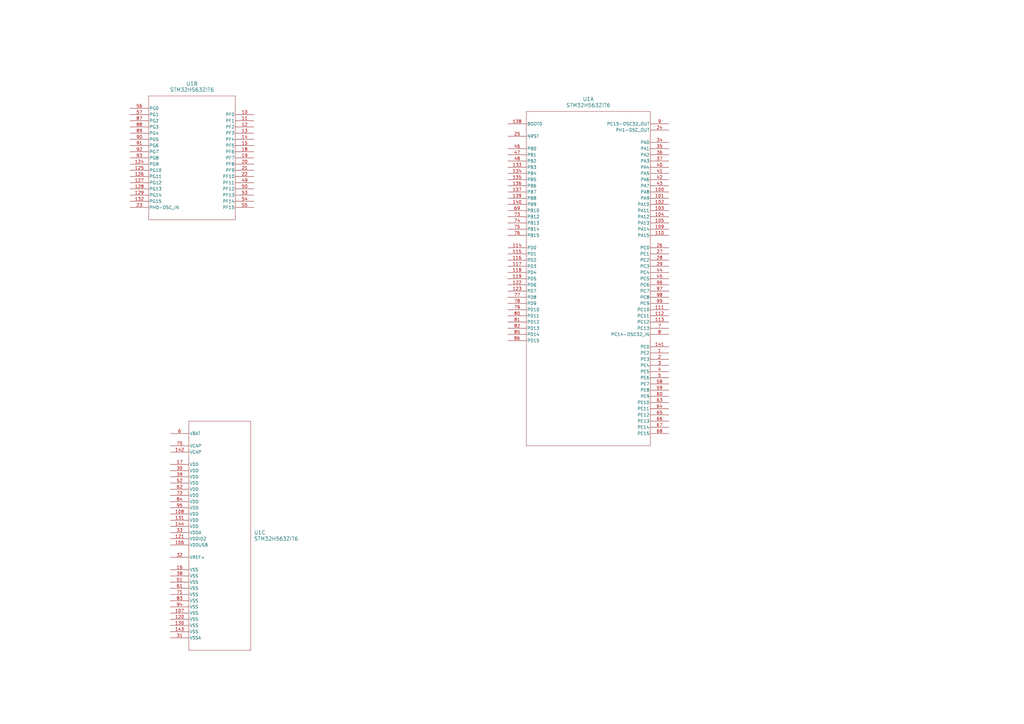
<source format=kicad_sch>
(kicad_sch (version 20231120) (generator "eeschema") (generator_version "8.0")
  (paper "A3")
  (lib_symbols
    (symbol "NginR-lib:STM32H563ZIT6" (pin_names (offset 0.254))
      (property "Reference" "U" (at 1.524 1.524 0))
      (property "Value" "STM32H563ZIT6" (at 9.144 -96.774 0))
      (symbol "STM32H563ZIT6_1_1"
        (polyline (pts (xy 0 -137.16) (xy 50.8 -137.16)) (stroke (width 0.127)))
        (polyline (pts (xy 0 0) (xy 0 -137.16)) (stroke (width 0.127)))
        (polyline (pts (xy 50.8 -137.16) (xy 50.8 0)) (stroke (width 0.127)))
        (polyline (pts (xy 50.8 0) (xy 0 0)) (stroke (width 0.127)))
        (pin bidirectional line (at 58.42 -99.06 180) (length 7.62) (name "PE2") (number "1"))
        (pin bidirectional line (at 58.42 -33.02 180) (length 7.62) (name "PA8") (number "100"))
        (pin bidirectional line (at 58.42 -35.56 180) (length 7.62) (name "PA9") (number "101"))
        (pin bidirectional line (at 58.42 -38.1 180) (length 7.62) (name "PA10") (number "102"))
        (pin bidirectional line (at 58.42 -40.64 180) (length 7.62) (name "PA11") (number "103"))
        (pin bidirectional line (at 58.42 -43.18 180) (length 7.62) (name "PA12") (number "104"))
        (pin bidirectional line (at 58.42 -45.72 180) (length 7.62) (name "PA13") (number "105"))
        (pin bidirectional line (at 58.42 -48.26 180) (length 7.62) (name "PA14") (number "109"))
        (pin bidirectional line (at 58.42 -50.8 180) (length 7.62) (name "PA15") (number "110"))
        (pin bidirectional line (at 58.42 -81.28 180) (length 7.62) (name "PC10") (number "111"))
        (pin bidirectional line (at 58.42 -83.82 180) (length 7.62) (name "PC11") (number "112"))
        (pin bidirectional line (at 58.42 -86.36 180) (length 7.62) (name "PC12") (number "113"))
        (pin bidirectional line (at -7.62 -55.88 0) (length 7.62) (name "PD0") (number "114"))
        (pin bidirectional line (at -7.62 -58.42 0) (length 7.62) (name "PD1") (number "115"))
        (pin bidirectional line (at -7.62 -60.96 0) (length 7.62) (name "PD2") (number "116"))
        (pin bidirectional line (at -7.62 -63.5 0) (length 7.62) (name "PD3") (number "117"))
        (pin bidirectional line (at -7.62 -66.04 0) (length 7.62) (name "PD4") (number "118"))
        (pin bidirectional line (at -7.62 -68.58 0) (length 7.62) (name "PD5") (number "119"))
        (pin bidirectional line (at -7.62 -71.12 0) (length 7.62) (name "PD6") (number "122"))
        (pin bidirectional line (at -7.62 -73.66 0) (length 7.62) (name "PD7") (number "123"))
        (pin bidirectional line (at -7.62 -22.86 0) (length 7.62) (name "PB3") (number "133"))
        (pin bidirectional line (at -7.62 -25.4 0) (length 7.62) (name "PB4") (number "134"))
        (pin bidirectional line (at -7.62 -27.94 0) (length 7.62) (name "PB5") (number "135"))
        (pin bidirectional line (at -7.62 -30.48 0) (length 7.62) (name "PB6") (number "136"))
        (pin bidirectional line (at -7.62 -33.02 0) (length 7.62) (name "PB7") (number "137"))
        (pin input line (at -7.62 -5.08 0) (length 7.62) (name "BOOT0") (number "138"))
        (pin bidirectional line (at -7.62 -35.56 0) (length 7.62) (name "PB8") (number "139"))
        (pin bidirectional line (at -7.62 -38.1 0) (length 7.62) (name "PB9") (number "140"))
        (pin bidirectional line (at 58.42 -96.52 180) (length 7.62) (name "PE0") (number "141"))
        (pin bidirectional line (at 58.42 -101.6 180) (length 7.62) (name "PE3") (number "2"))
        (pin bidirectional line (at 58.42 -7.62 180) (length 7.62) (name "PH1-OSC_OUT") (number "24"))
        (pin bidirectional line (at -7.62 -10.16 0) (length 7.62) (name "NRST") (number "25"))
        (pin bidirectional line (at 58.42 -55.88 180) (length 7.62) (name "PC0") (number "26"))
        (pin bidirectional line (at 58.42 -58.42 180) (length 7.62) (name "PC1") (number "27"))
        (pin bidirectional line (at 58.42 -60.96 180) (length 7.62) (name "PC2") (number "28"))
        (pin bidirectional line (at 58.42 -63.5 180) (length 7.62) (name "PC3") (number "29"))
        (pin bidirectional line (at 58.42 -104.14 180) (length 7.62) (name "PE4") (number "3"))
        (pin bidirectional line (at 58.42 -12.7 180) (length 7.62) (name "PA0") (number "34"))
        (pin bidirectional line (at 58.42 -15.24 180) (length 7.62) (name "PA1") (number "35"))
        (pin bidirectional line (at 58.42 -17.78 180) (length 7.62) (name "PA2") (number "36"))
        (pin bidirectional line (at 58.42 -20.32 180) (length 7.62) (name "PA3") (number "37"))
        (pin bidirectional line (at 58.42 -106.68 180) (length 7.62) (name "PE5") (number "4"))
        (pin bidirectional line (at 58.42 -22.86 180) (length 7.62) (name "PA4") (number "40"))
        (pin bidirectional line (at 58.42 -25.4 180) (length 7.62) (name "PA5") (number "41"))
        (pin bidirectional line (at 58.42 -27.94 180) (length 7.62) (name "PA6") (number "42"))
        (pin bidirectional line (at 58.42 -30.48 180) (length 7.62) (name "PA7") (number "43"))
        (pin bidirectional line (at 58.42 -66.04 180) (length 7.62) (name "PC4") (number "44"))
        (pin bidirectional line (at 58.42 -68.58 180) (length 7.62) (name "PC5") (number "45"))
        (pin bidirectional line (at -7.62 -15.24 0) (length 7.62) (name "PB0") (number "46"))
        (pin bidirectional line (at -7.62 -17.78 0) (length 7.62) (name "PB1") (number "47"))
        (pin bidirectional line (at -7.62 -20.32 0) (length 7.62) (name "PB2") (number "48"))
        (pin bidirectional line (at 58.42 -109.22 180) (length 7.62) (name "PE6") (number "5"))
        (pin bidirectional line (at 58.42 -111.76 180) (length 7.62) (name "PE7") (number "58"))
        (pin bidirectional line (at 58.42 -114.3 180) (length 7.62) (name "PE8") (number "59"))
        (pin bidirectional line (at 58.42 -116.84 180) (length 7.62) (name "PE9") (number "60"))
        (pin bidirectional line (at 58.42 -119.38 180) (length 7.62) (name "PE10") (number "63"))
        (pin bidirectional line (at 58.42 -121.92 180) (length 7.62) (name "PE11") (number "64"))
        (pin bidirectional line (at 58.42 -124.46 180) (length 7.62) (name "PE12") (number "65"))
        (pin bidirectional line (at 58.42 -127 180) (length 7.62) (name "PE13") (number "66"))
        (pin bidirectional line (at 58.42 -129.54 180) (length 7.62) (name "PE14") (number "67"))
        (pin bidirectional line (at 58.42 -132.08 180) (length 7.62) (name "PE15") (number "68"))
        (pin bidirectional line (at -7.62 -40.64 0) (length 7.62) (name "PB10") (number "69"))
        (pin bidirectional line (at 58.42 -88.9 180) (length 7.62) (name "PC13") (number "7"))
        (pin bidirectional line (at -7.62 -43.18 0) (length 7.62) (name "PB12") (number "73"))
        (pin bidirectional line (at -7.62 -45.72 0) (length 7.62) (name "PB13") (number "74"))
        (pin bidirectional line (at -7.62 -48.26 0) (length 7.62) (name "PB14") (number "75"))
        (pin bidirectional line (at -7.62 -50.8 0) (length 7.62) (name "PB15") (number "76"))
        (pin bidirectional line (at -7.62 -76.2 0) (length 7.62) (name "PD8") (number "77"))
        (pin bidirectional line (at -7.62 -78.74 0) (length 7.62) (name "PD9") (number "78"))
        (pin bidirectional line (at -7.62 -81.28 0) (length 7.62) (name "PD10") (number "79"))
        (pin bidirectional line (at 58.42 -91.44 180) (length 7.62) (name "PC14-OSC32_IN") (number "8"))
        (pin bidirectional line (at -7.62 -83.82 0) (length 7.62) (name "PD11") (number "80"))
        (pin bidirectional line (at -7.62 -86.36 0) (length 7.62) (name "PD12") (number "81"))
        (pin bidirectional line (at -7.62 -88.9 0) (length 7.62) (name "PD13") (number "82"))
        (pin bidirectional line (at -7.62 -91.44 0) (length 7.62) (name "PD14") (number "85"))
        (pin bidirectional line (at -7.62 -93.98 0) (length 7.62) (name "PD15") (number "86"))
        (pin bidirectional line (at 58.42 -5.08 180) (length 7.62) (name "PC15-OSC32_OUT") (number "9"))
        (pin bidirectional line (at 58.42 -71.12 180) (length 7.62) (name "PC6") (number "96"))
        (pin bidirectional line (at 58.42 -73.66 180) (length 7.62) (name "PC7") (number "97"))
        (pin bidirectional line (at 58.42 -76.2 180) (length 7.62) (name "PC8") (number "98"))
        (pin bidirectional line (at 58.42 -78.74 180) (length 7.62) (name "PC9") (number "99"))
      )
      (symbol "STM32H563ZIT6_2_1"
        (polyline (pts (xy 0 -50.8) (xy 35.56 -50.8)) (stroke (width 0.127)))
        (polyline (pts (xy 0 0) (xy 0 -50.8)) (stroke (width 0.127)))
        (polyline (pts (xy 35.56 -50.8) (xy 35.56 0)) (stroke (width 0.127)))
        (polyline (pts (xy 35.56 0) (xy 0 0)) (stroke (width 0.127)))
        (pin bidirectional line (at 43.18 -7.62 180) (length 7.62) (name "PF0") (number "10"))
        (pin bidirectional line (at 43.18 -10.16 180) (length 7.62) (name "PF1") (number "11"))
        (pin bidirectional line (at 43.18 -12.7 180) (length 7.62) (name "PF2") (number "12"))
        (pin bidirectional line (at -7.62 -27.94 0) (length 7.62) (name "PG9") (number "124"))
        (pin bidirectional line (at -7.62 -30.48 0) (length 7.62) (name "PG10") (number "125"))
        (pin bidirectional line (at -7.62 -33.02 0) (length 7.62) (name "PG11") (number "126"))
        (pin bidirectional line (at -7.62 -35.56 0) (length 7.62) (name "PG12") (number "127"))
        (pin bidirectional line (at -7.62 -38.1 0) (length 7.62) (name "PG13") (number "128"))
        (pin bidirectional line (at -7.62 -40.64 0) (length 7.62) (name "PG14") (number "129"))
        (pin bidirectional line (at 43.18 -15.24 180) (length 7.62) (name "PF3") (number "13"))
        (pin bidirectional line (at -7.62 -43.18 0) (length 7.62) (name "PG15") (number "132"))
        (pin bidirectional line (at 43.18 -17.78 180) (length 7.62) (name "PF4") (number "14"))
        (pin bidirectional line (at 43.18 -20.32 180) (length 7.62) (name "PF5") (number "15"))
        (pin bidirectional line (at 43.18 -22.86 180) (length 7.62) (name "PF6") (number "18"))
        (pin bidirectional line (at 43.18 -25.4 180) (length 7.62) (name "PF7") (number "19"))
        (pin bidirectional line (at 43.18 -27.94 180) (length 7.62) (name "PF8") (number "20"))
        (pin bidirectional line (at 43.18 -30.48 180) (length 7.62) (name "PF9") (number "21"))
        (pin bidirectional line (at 43.18 -33.02 180) (length 7.62) (name "PF10") (number "22"))
        (pin bidirectional line (at -7.62 -45.72 0) (length 7.62) (name "PH0-OSC_IN") (number "23"))
        (pin bidirectional line (at 43.18 -35.56 180) (length 7.62) (name "PF11") (number "49"))
        (pin bidirectional line (at 43.18 -38.1 180) (length 7.62) (name "PF12") (number "50"))
        (pin bidirectional line (at 43.18 -40.64 180) (length 7.62) (name "PF13") (number "53"))
        (pin bidirectional line (at 43.18 -43.18 180) (length 7.62) (name "PF14") (number "54"))
        (pin bidirectional line (at 43.18 -45.72 180) (length 7.62) (name "PF15") (number "55"))
        (pin bidirectional line (at -7.62 -5.08 0) (length 7.62) (name "PG0") (number "56"))
        (pin bidirectional line (at -7.62 -7.62 0) (length 7.62) (name "PG1") (number "57"))
        (pin bidirectional line (at -7.62 -10.16 0) (length 7.62) (name "PG2") (number "87"))
        (pin bidirectional line (at -7.62 -12.7 0) (length 7.62) (name "PG3") (number "88"))
        (pin bidirectional line (at -7.62 -15.24 0) (length 7.62) (name "PG4") (number "89"))
        (pin bidirectional line (at -7.62 -17.78 0) (length 7.62) (name "PG5") (number "90"))
        (pin bidirectional line (at -7.62 -20.32 0) (length 7.62) (name "PG6") (number "91"))
        (pin bidirectional line (at -7.62 -22.86 0) (length 7.62) (name "PG7") (number "92"))
        (pin bidirectional line (at -7.62 -25.4 0) (length 7.62) (name "PG8") (number "93"))
      )
      (symbol "STM32H563ZIT6_3_1"
        (polyline (pts (xy 0 -93.98) (xy 25.4 -93.98)) (stroke (width 0.127)))
        (polyline (pts (xy 0 0) (xy 0 -93.98)) (stroke (width 0.127)))
        (polyline (pts (xy 25.4 -93.98) (xy 25.4 0)) (stroke (width 0.127)))
        (polyline (pts (xy 25.4 0) (xy 0 0)) (stroke (width 0.127)))
        (pin power_in line (at -7.62 -50.8 0) (length 7.62) (name "VDDUSB") (number "106"))
        (pin power_in line (at -7.62 -78.74 0) (length 7.62) (name "VSS") (number "107"))
        (pin power_in line (at -7.62 -38.1 0) (length 7.62) (name "VDD") (number "108"))
        (pin power_in line (at -7.62 -81.28 0) (length 7.62) (name "VSS") (number "120"))
        (pin power_in line (at -7.62 -48.26 0) (length 7.62) (name "VDDIO2") (number "121"))
        (pin power_in line (at -7.62 -83.82 0) (length 7.62) (name "VSS") (number "130"))
        (pin power_in line (at -7.62 -40.64 0) (length 7.62) (name "VDD") (number "131"))
        (pin power_in line (at -7.62 -12.7 0) (length 7.62) (name "VCAP") (number "142"))
        (pin power_in line (at -7.62 -86.36 0) (length 7.62) (name "VSS") (number "143"))
        (pin power_in line (at -7.62 -43.18 0) (length 7.62) (name "VDD") (number "144"))
        (pin power_in line (at -7.62 -60.96 0) (length 7.62) (name "VSS") (number "16"))
        (pin power_in line (at -7.62 -17.78 0) (length 7.62) (name "VDD") (number "17"))
        (pin power_in line (at -7.62 -20.32 0) (length 7.62) (name "VDD") (number "30"))
        (pin power_in line (at -7.62 -88.9 0) (length 7.62) (name "VSSA") (number "31"))
        (pin power_in line (at -7.62 -55.88 0) (length 7.62) (name "VREF+") (number "32"))
        (pin power_in line (at -7.62 -45.72 0) (length 7.62) (name "VDDA") (number "33"))
        (pin power_in line (at -7.62 -63.5 0) (length 7.62) (name "VSS") (number "38"))
        (pin power_in line (at -7.62 -22.86 0) (length 7.62) (name "VDD") (number "39"))
        (pin power_in line (at -7.62 -66.04 0) (length 7.62) (name "VSS") (number "51"))
        (pin power_in line (at -7.62 -25.4 0) (length 7.62) (name "VDD") (number "52"))
        (pin power_in line (at -7.62 -5.08 0) (length 7.62) (name "VBAT") (number "6"))
        (pin power_in line (at -7.62 -68.58 0) (length 7.62) (name "VSS") (number "61"))
        (pin power_in line (at -7.62 -27.94 0) (length 7.62) (name "VDD") (number "62"))
        (pin power_in line (at -7.62 -10.16 0) (length 7.62) (name "VCAP") (number "70"))
        (pin power_in line (at -7.62 -71.12 0) (length 7.62) (name "VSS") (number "71"))
        (pin power_in line (at -7.62 -30.48 0) (length 7.62) (name "VDD") (number "72"))
        (pin power_in line (at -7.62 -73.66 0) (length 7.62) (name "VSS") (number "83"))
        (pin power_in line (at -7.62 -33.02 0) (length 7.62) (name "VDD") (number "84"))
        (pin power_in line (at -7.62 -76.2 0) (length 7.62) (name "VSS") (number "94"))
        (pin power_in line (at -7.62 -35.56 0) (length 7.62) (name "VDD") (number "95"))
      )
    )
  )
  (symbol (lib_id "NginR-lib:STM32H563ZIT6") (at 77.47 172.72 0) (unit 3)
    (property "Reference" "U1" (at 104.14 218.4399 0) (effects (font (size 1.524 1.524)) (justify left)))
    (property "Value" "STM32H563ZIT6" (at 104.14 220.9799 0) (effects (font (size 1.524 1.524)) (justify left)))
    (property "Footprint" "LQFP-144_STM" (effects (hide yes)))
    (property "Datasheet" "STM32H563ZIT6" (effects (hide yes)))
  )
  (symbol (lib_id "NginR-lib:STM32H563ZIT6") (at 215.9 45.72 0) (unit 1)
    (property "Reference" "U1" (at 241.3 40.64 0) (effects (font (size 1.524 1.524))))
    (property "Value" "STM32H563ZIT6" (at 241.3 43.18 0) (effects (font (size 1.524 1.524))))
    (property "Footprint" "LQFP-144_STM" (effects (hide yes)))
    (property "Datasheet" "STM32H563ZIT6" (effects (hide yes)))
  )
  (symbol (lib_id "NginR-lib:STM32H563ZIT6") (at 60.96 39.37 0) (unit 2)
    (property "Reference" "U1" (at 78.74 34.29 0) (effects (font (size 1.524 1.524))))
    (property "Value" "STM32H563ZIT6" (at 78.74 36.83 0) (effects (font (size 1.524 1.524))))
    (property "Footprint" "LQFP-144_STM" (effects (hide yes)))
    (property "Datasheet" "STM32H563ZIT6" (effects (hide yes)))
  )
)
</source>
